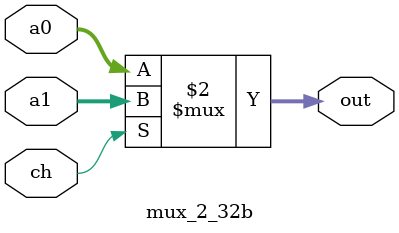
<source format=v>
module mux_3_5b (a0,a1,a2,ch,out);
  input[4:0] a0,a1,a2;
  input[1:0] ch;
  output[4:0] out;
  assign out=(ch == 2'b00)?a0:
             (ch == 2'b01)?a1:
             (ch == 2'b10)?a2:
             5'b0;
endmodule

module mux_5_32b (a0,a1,a2,a3,a4,ch,out);
  input[31:0] a0,a1,a2,a3,a4;
  input[2:0] ch;
  output[31:0] out;
  assign out=(ch == 3'b000)?a0:
             (ch == 3'b001)?a1:
             (ch == 3'b010)?a2:
             (ch == 3'b011)?a3:
             (ch == 3'b100)?a4:
             32'b0;
endmodule 

module mux_4_32b (a0,a1,a2,a3,ch,out);
  input[31:0] a0,a1,a2,a3;
  input[1:0] ch;
  output[31:0] out;
  assign out=(ch == 2'b00)?a0:
             (ch == 2'b01)?a1:
             (ch == 2'b10)?a2:
             (ch == 2'b11)?a3:
             32'b0 ;
endmodule 

module mux_3_32b (a0,a1,a2,ch,out);
  input[31:0] a0,a1,a2;
  input[1:0] ch;
  output[31:0] out;
  assign out=(ch == 2'b00)?a0:
         (ch == 2'b01)?a1:
         (ch == 2'b10)?a2:
         32'b0 ;
endmodule 

module mux_2_32b (a0,a1,ch,out);
  input[31:0] a0,a1;
  input ch;
  output[31:0] out;
  assign out=(ch==0)?a0:a1;
endmodule 
</source>
